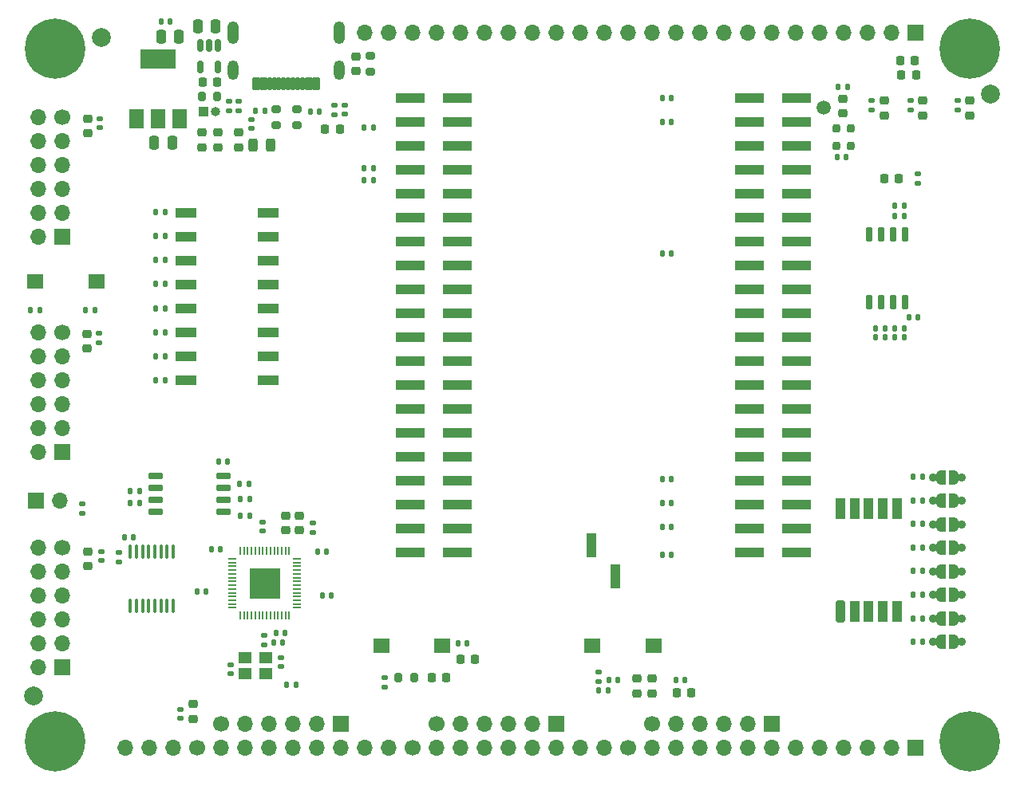
<source format=gbr>
G04 #@! TF.GenerationSoftware,KiCad,Pcbnew,8.0.1-8.0.1-1~ubuntu22.04.1*
G04 #@! TF.CreationDate,2024-04-10T21:28:56-04:00*
G04 #@! TF.ProjectId,tinytapeout-demo,74696e79-7461-4706-956f-75742d64656d,1.1.2*
G04 #@! TF.SameCoordinates,PX35e1f20PY8044ea0*
G04 #@! TF.FileFunction,Soldermask,Top*
G04 #@! TF.FilePolarity,Negative*
%FSLAX46Y46*%
G04 Gerber Fmt 4.6, Leading zero omitted, Abs format (unit mm)*
G04 Created by KiCad (PCBNEW 8.0.1-8.0.1-1~ubuntu22.04.1) date 2024-04-10 21:28:56*
%MOMM*%
%LPD*%
G01*
G04 APERTURE LIST*
G04 Aperture macros list*
%AMRoundRect*
0 Rectangle with rounded corners*
0 $1 Rounding radius*
0 $2 $3 $4 $5 $6 $7 $8 $9 X,Y pos of 4 corners*
0 Add a 4 corners polygon primitive as box body*
4,1,4,$2,$3,$4,$5,$6,$7,$8,$9,$2,$3,0*
0 Add four circle primitives for the rounded corners*
1,1,$1+$1,$2,$3*
1,1,$1+$1,$4,$5*
1,1,$1+$1,$6,$7*
1,1,$1+$1,$8,$9*
0 Add four rect primitives between the rounded corners*
20,1,$1+$1,$2,$3,$4,$5,0*
20,1,$1+$1,$4,$5,$6,$7,0*
20,1,$1+$1,$6,$7,$8,$9,0*
20,1,$1+$1,$8,$9,$2,$3,0*%
%AMFreePoly0*
4,1,19,0.500000,-0.750000,0.000000,-0.750000,0.000000,-0.744911,-0.071157,-0.744911,-0.207708,-0.704816,-0.327430,-0.627875,-0.420627,-0.520320,-0.479746,-0.390866,-0.500000,-0.250000,-0.500000,0.250000,-0.479746,0.390866,-0.420627,0.520320,-0.327430,0.627875,-0.207708,0.704816,-0.071157,0.744911,0.000000,0.744911,0.000000,0.750000,0.500000,0.750000,0.500000,-0.750000,0.500000,-0.750000,
$1*%
%AMFreePoly1*
4,1,19,0.000000,0.744911,0.071157,0.744911,0.207708,0.704816,0.327430,0.627875,0.420627,0.520320,0.479746,0.390866,0.500000,0.250000,0.500000,-0.250000,0.479746,-0.390866,0.420627,-0.520320,0.327430,-0.627875,0.207708,-0.704816,0.071157,-0.744911,0.000000,-0.744911,0.000000,-0.750000,-0.500000,-0.750000,-0.500000,0.750000,0.000000,0.750000,0.000000,0.744911,0.000000,0.744911,
$1*%
G04 Aperture macros list end*
%ADD10C,0.900000*%
%ADD11FreePoly0,180.000000*%
%ADD12FreePoly1,180.000000*%
%ADD13RoundRect,0.225000X0.225000X0.250000X-0.225000X0.250000X-0.225000X-0.250000X0.225000X-0.250000X0*%
%ADD14RoundRect,0.135000X0.185000X-0.135000X0.185000X0.135000X-0.185000X0.135000X-0.185000X-0.135000X0*%
%ADD15RoundRect,0.225000X-0.250000X0.225000X-0.250000X-0.225000X0.250000X-0.225000X0.250000X0.225000X0*%
%ADD16RoundRect,0.140000X-0.140000X-0.170000X0.140000X-0.170000X0.140000X0.170000X-0.140000X0.170000X0*%
%ADD17RoundRect,0.135000X-0.185000X0.135000X-0.185000X-0.135000X0.185000X-0.135000X0.185000X0.135000X0*%
%ADD18C,6.400000*%
%ADD19C,2.000000*%
%ADD20RoundRect,0.135000X0.135000X0.185000X-0.135000X0.185000X-0.135000X-0.185000X0.135000X-0.185000X0*%
%ADD21RoundRect,0.102000X0.300000X0.550000X-0.300000X0.550000X-0.300000X-0.550000X0.300000X-0.550000X0*%
%ADD22RoundRect,0.102000X0.150000X0.550000X-0.150000X0.550000X-0.150000X-0.550000X0.150000X-0.550000X0*%
%ADD23O,1.250000X2.400000*%
%ADD24O,1.180000X2.080000*%
%ADD25RoundRect,0.225000X0.250000X-0.225000X0.250000X0.225000X-0.250000X0.225000X-0.250000X-0.225000X0*%
%ADD26R,1.700000X1.700000*%
%ADD27O,1.700000X1.700000*%
%ADD28C,1.700000*%
%ADD29RoundRect,0.250000X0.250000X0.475000X-0.250000X0.475000X-0.250000X-0.475000X0.250000X-0.475000X0*%
%ADD30RoundRect,0.135000X-0.135000X-0.185000X0.135000X-0.185000X0.135000X0.185000X-0.135000X0.185000X0*%
%ADD31RoundRect,0.140000X-0.170000X0.140000X-0.170000X-0.140000X0.170000X-0.140000X0.170000X0.140000X0*%
%ADD32RoundRect,0.200000X-0.200000X-0.275000X0.200000X-0.275000X0.200000X0.275000X-0.200000X0.275000X0*%
%ADD33RoundRect,0.140000X0.170000X-0.140000X0.170000X0.140000X-0.170000X0.140000X-0.170000X-0.140000X0*%
%ADD34R,1.400000X1.200000*%
%ADD35R,1.000000X1.000000*%
%ADD36O,1.000000X1.000000*%
%ADD37RoundRect,0.140000X0.140000X0.170000X-0.140000X0.170000X-0.140000X-0.170000X0.140000X-0.170000X0*%
%ADD38RoundRect,0.102000X0.750000X0.700000X-0.750000X0.700000X-0.750000X-0.700000X0.750000X-0.700000X0*%
%ADD39R,1.000000X2.510000*%
%ADD40RoundRect,0.200000X0.200000X0.275000X-0.200000X0.275000X-0.200000X-0.275000X0.200000X-0.275000X0*%
%ADD41R,2.200000X1.100000*%
%ADD42RoundRect,0.200000X0.275000X-0.200000X0.275000X0.200000X-0.275000X0.200000X-0.275000X-0.200000X0*%
%ADD43RoundRect,0.150000X-0.150000X0.650000X-0.150000X-0.650000X0.150000X-0.650000X0.150000X0.650000X0*%
%ADD44RoundRect,0.200000X0.300000X-0.950000X0.300000X0.950000X-0.300000X0.950000X-0.300000X-0.950000X0*%
%ADD45R,1.000000X2.300000*%
%ADD46RoundRect,0.150000X-0.650000X-0.150000X0.650000X-0.150000X0.650000X0.150000X-0.650000X0.150000X0*%
%ADD47RoundRect,0.050000X-0.387500X-0.050000X0.387500X-0.050000X0.387500X0.050000X-0.387500X0.050000X0*%
%ADD48RoundRect,0.050000X-0.050000X-0.387500X0.050000X-0.387500X0.050000X0.387500X-0.050000X0.387500X0*%
%ADD49R,3.200000X3.200000*%
%ADD50RoundRect,0.243750X0.243750X0.456250X-0.243750X0.456250X-0.243750X-0.456250X0.243750X-0.456250X0*%
%ADD51RoundRect,0.218750X-0.218750X-0.256250X0.218750X-0.256250X0.218750X0.256250X-0.218750X0.256250X0*%
%ADD52RoundRect,0.200000X0.200000X0.250000X-0.200000X0.250000X-0.200000X-0.250000X0.200000X-0.250000X0*%
%ADD53RoundRect,0.102000X-0.750000X-0.700000X0.750000X-0.700000X0.750000X0.700000X-0.750000X0.700000X0*%
%ADD54RoundRect,0.100000X0.100000X-0.637500X0.100000X0.637500X-0.100000X0.637500X-0.100000X-0.637500X0*%
%ADD55RoundRect,0.150000X-0.150000X0.512500X-0.150000X-0.512500X0.150000X-0.512500X0.150000X0.512500X0*%
%ADD56R,1.500000X2.000000*%
%ADD57R,3.800000X2.000000*%
%ADD58R,3.150000X1.000000*%
%ADD59RoundRect,0.218750X0.256250X-0.218750X0.256250X0.218750X-0.256250X0.218750X-0.256250X-0.218750X0*%
%ADD60C,1.500000*%
%ADD61RoundRect,0.250000X-0.250000X-0.475000X0.250000X-0.475000X0.250000X0.475000X-0.250000X0.475000X0*%
G04 APERTURE END LIST*
D10*
G04 #@! TO.C,JP7*
X99900000Y16780000D03*
D11*
X99050000Y16780000D03*
D12*
X97750000Y16780000D03*
D10*
X96900000Y16780000D03*
G04 #@! TD*
D13*
G04 #@! TO.C,C21*
X95075000Y74500000D03*
X93525000Y74500000D03*
G04 #@! TD*
D14*
G04 #@! TO.C,R15*
X99500000Y70790000D03*
X99500000Y71810000D03*
G04 #@! TD*
D15*
G04 #@! TO.C,C32*
X28200000Y27700000D03*
X28200000Y26150000D03*
G04 #@! TD*
D16*
G04 #@! TO.C,C23*
X68195000Y72000000D03*
X69155000Y72000000D03*
G04 #@! TD*
G04 #@! TO.C,C36*
X26920000Y14250000D03*
X27880000Y14250000D03*
G04 #@! TD*
D10*
G04 #@! TO.C,JP1*
X99900000Y31780000D03*
D11*
X99050000Y31780000D03*
D12*
X97750000Y31780000D03*
D10*
X96900000Y31780000D03*
G04 #@! TD*
D17*
G04 #@! TO.C,R20*
X22200000Y71710000D03*
X22200000Y70690000D03*
G04 #@! TD*
D18*
G04 #@! TO.C,MT3*
X3750000Y77250000D03*
G04 #@! TD*
D19*
G04 #@! TO.C,FID3*
X103000000Y72500000D03*
G04 #@! TD*
D20*
G04 #@! TO.C,R38*
X24360000Y31050000D03*
X23340000Y31050000D03*
G04 #@! TD*
D21*
G04 #@! TO.C,J15*
X31450000Y73550000D03*
X30650000Y73550000D03*
D22*
X29500000Y73550000D03*
X28500000Y73550000D03*
X28000000Y73550000D03*
X27000000Y73550000D03*
D21*
X25050000Y73550000D03*
X25850000Y73550000D03*
D22*
X26500000Y73550000D03*
X27500000Y73550000D03*
X29000000Y73550000D03*
X30000000Y73550000D03*
D23*
X33870000Y79000000D03*
D24*
X22630000Y75000000D03*
X33870000Y75000000D03*
D23*
X22630000Y79000000D03*
G04 #@! TD*
D25*
G04 #@! TO.C,C48*
X23200000Y66825000D03*
X23200000Y68375000D03*
G04 #@! TD*
D26*
G04 #@! TO.C,J13*
X4500000Y34440000D03*
D27*
X4500000Y36980000D03*
X4500000Y39520000D03*
X4500000Y42060000D03*
X4500000Y44600000D03*
D28*
X4500000Y47140000D03*
D27*
X1960000Y34440000D03*
X1960000Y36980000D03*
X1960000Y39520000D03*
X1960000Y42060000D03*
X1960000Y44600000D03*
X1960000Y47140000D03*
G04 #@! TD*
D29*
G04 #@! TO.C,C6*
X16190000Y67290000D03*
X14290000Y67290000D03*
G04 #@! TD*
D30*
G04 #@! TO.C,R5*
X14390000Y52271429D03*
X15410000Y52271429D03*
G04 #@! TD*
D31*
G04 #@! TO.C,C56*
X8700000Y23880000D03*
X8700000Y22920000D03*
G04 #@! TD*
D29*
G04 #@! TO.C,C7*
X20800000Y79700000D03*
X18900000Y79700000D03*
G04 #@! TD*
D32*
G04 #@! TO.C,R7*
X40175000Y10500000D03*
X41825000Y10500000D03*
G04 #@! TD*
D30*
G04 #@! TO.C,R1*
X14390000Y42100000D03*
X15410000Y42100000D03*
G04 #@! TD*
D33*
G04 #@! TO.C,C29*
X22400000Y10870000D03*
X22400000Y11830000D03*
G04 #@! TD*
D28*
G04 #@! TO.C,J2*
X18810000Y3000000D03*
D27*
X16270000Y3000000D03*
X13730000Y3000000D03*
X11190000Y3000000D03*
G04 #@! TD*
D16*
G04 #@! TO.C,C24*
X68195000Y29000000D03*
X69155000Y29000000D03*
G04 #@! TD*
G04 #@! TO.C,C8*
X46520000Y14100000D03*
X47480000Y14100000D03*
G04 #@! TD*
D34*
G04 #@! TO.C,Y1*
X23900000Y10900000D03*
X26100000Y10900000D03*
X26100000Y12600000D03*
X23900000Y12600000D03*
G04 #@! TD*
D14*
G04 #@! TO.C,R18*
X90400000Y70790000D03*
X90400000Y71810000D03*
G04 #@! TD*
D31*
G04 #@! TO.C,C58*
X8500000Y69880000D03*
X8500000Y68920000D03*
G04 #@! TD*
D16*
G04 #@! TO.C,C27*
X11120000Y25400000D03*
X12080000Y25400000D03*
G04 #@! TD*
D30*
G04 #@! TO.C,R11*
X14390000Y59900000D03*
X15410000Y59900000D03*
G04 #@! TD*
D25*
G04 #@! TO.C,C16*
X67100000Y8825000D03*
X67100000Y10375000D03*
G04 #@! TD*
D20*
G04 #@! TO.C,R43*
X93810000Y59500000D03*
X92790000Y59500000D03*
G04 #@! TD*
D31*
G04 #@! TO.C,C46*
X34500000Y71280000D03*
X34500000Y70320000D03*
G04 #@! TD*
D33*
G04 #@! TO.C,C4*
X17020000Y6165000D03*
X17020000Y7125000D03*
G04 #@! TD*
D20*
G04 #@! TO.C,R24*
X95765000Y26808572D03*
X94745000Y26808572D03*
G04 #@! TD*
G04 #@! TO.C,R22*
X95765000Y31820000D03*
X94745000Y31820000D03*
G04 #@! TD*
D31*
G04 #@! TO.C,C47*
X23200000Y71680000D03*
X23200000Y70720000D03*
G04 #@! TD*
D10*
G04 #@! TO.C,JP3*
X99900000Y26780000D03*
D11*
X99050000Y26780000D03*
D12*
X97750000Y26780000D03*
D10*
X96900000Y26780000D03*
G04 #@! TD*
D35*
G04 #@! TO.C,J19*
X19500000Y70600000D03*
D36*
X20770000Y70600000D03*
G04 #@! TD*
D30*
G04 #@! TO.C,R3*
X14390000Y47185715D03*
X15410000Y47185715D03*
G04 #@! TD*
D10*
G04 #@! TO.C,JP8*
X99900000Y14280000D03*
D11*
X99050000Y14280000D03*
D12*
X97750000Y14280000D03*
D10*
X96900000Y14280000D03*
G04 #@! TD*
D28*
G04 #@! TO.C,J8*
X64545000Y3000000D03*
D27*
X62005000Y3000000D03*
X59465000Y3000000D03*
G04 #@! TD*
D16*
G04 #@! TO.C,C2*
X62520000Y10200000D03*
X63480000Y10200000D03*
G04 #@! TD*
D26*
G04 #@! TO.C,J12*
X4500000Y11580000D03*
D27*
X4500000Y14120000D03*
X4500000Y16660000D03*
X4500000Y19200000D03*
X4500000Y21740000D03*
D28*
X4500000Y24280000D03*
D27*
X1960000Y11580000D03*
X1960000Y14120000D03*
X1960000Y16660000D03*
X1960000Y19200000D03*
X1960000Y21740000D03*
X1960000Y24280000D03*
G04 #@! TD*
D37*
G04 #@! TO.C,C18*
X69155000Y26500000D03*
X68195000Y26500000D03*
G04 #@! TD*
D30*
G04 #@! TO.C,R41*
X28290000Y9700000D03*
X29310000Y9700000D03*
G04 #@! TD*
D25*
G04 #@! TO.C,C42*
X87300000Y70425000D03*
X87300000Y71975000D03*
G04 #@! TD*
D38*
G04 #@! TO.C,SW2*
X67250000Y13900000D03*
X60750000Y13900000D03*
G04 #@! TD*
D17*
G04 #@! TO.C,R8*
X61400000Y11110000D03*
X61400000Y10090000D03*
G04 #@! TD*
D37*
G04 #@! TO.C,C28*
X87680000Y65800000D03*
X86720000Y65800000D03*
G04 #@! TD*
D15*
G04 #@! TO.C,C49*
X19300000Y68375000D03*
X19300000Y66825000D03*
G04 #@! TD*
D16*
G04 #@! TO.C,C35*
X32120000Y19200000D03*
X33080000Y19200000D03*
G04 #@! TD*
D26*
G04 #@! TO.C,J3*
X34045000Y5545000D03*
D27*
X31505000Y5545000D03*
X28965000Y5545000D03*
X26425000Y5545000D03*
X23885000Y5545000D03*
D28*
X21345000Y5545000D03*
D27*
X34045000Y3005000D03*
X31505000Y3005000D03*
X28965000Y3005000D03*
X26425000Y3005000D03*
X23885000Y3005000D03*
X21345000Y3005000D03*
G04 #@! TD*
D39*
G04 #@! TO.C,J7*
X63190000Y21245000D03*
X60650000Y24555000D03*
G04 #@! TD*
D14*
G04 #@! TO.C,R12*
X38700000Y9490000D03*
X38700000Y10510000D03*
G04 #@! TD*
D13*
G04 #@! TO.C,C25*
X94975000Y76040000D03*
X93425000Y76040000D03*
G04 #@! TD*
D18*
G04 #@! TO.C,MT4*
X100750000Y77250000D03*
G04 #@! TD*
G04 #@! TO.C,MT2*
X100750000Y3750000D03*
G04 #@! TD*
D15*
G04 #@! TO.C,C5*
X18400000Y7675000D03*
X18400000Y6125000D03*
G04 #@! TD*
D30*
G04 #@! TO.C,R13*
X61390000Y9100000D03*
X62410000Y9100000D03*
G04 #@! TD*
D17*
G04 #@! TO.C,R21*
X33400000Y71310000D03*
X33400000Y70290000D03*
G04 #@! TD*
D30*
G04 #@! TO.C,R42*
X86790000Y73200000D03*
X87810000Y73200000D03*
G04 #@! TD*
D26*
G04 #@! TO.C,J5*
X56905000Y5545000D03*
D27*
X54365000Y5545000D03*
X51825000Y5545000D03*
X49285000Y5545000D03*
X46745000Y5545000D03*
D28*
X44205000Y5545000D03*
D27*
X56905000Y3005000D03*
X54365000Y3005000D03*
X51825000Y3005000D03*
X49285000Y3005000D03*
X46745000Y3005000D03*
X44205000Y3005000D03*
G04 #@! TD*
D40*
G04 #@! TO.C,R49*
X20975000Y72200000D03*
X19325000Y72200000D03*
G04 #@! TD*
D30*
G04 #@! TO.C,R2*
X14390000Y44642858D03*
X15410000Y44642858D03*
G04 #@! TD*
D41*
G04 #@! TO.C,SW4*
X17600000Y59890000D03*
X17600000Y57350000D03*
X17600000Y54810000D03*
X17600000Y52270000D03*
X17600000Y49730000D03*
X17600000Y47190000D03*
X17600000Y44650000D03*
X17600000Y42110000D03*
X26400000Y42110000D03*
X26400000Y44650000D03*
X26400000Y47190000D03*
X26400000Y49730000D03*
X26400000Y52270000D03*
X26400000Y54810000D03*
X26400000Y57350000D03*
X26400000Y59890000D03*
G04 #@! TD*
D17*
G04 #@! TO.C,R19*
X95250000Y64010000D03*
X95250000Y62990000D03*
G04 #@! TD*
D42*
G04 #@! TO.C,D5*
X29400000Y69175000D03*
X29400000Y70825000D03*
G04 #@! TD*
D10*
G04 #@! TO.C,JP2*
X99900000Y29280000D03*
D11*
X99050000Y29280000D03*
D12*
X97750000Y29280000D03*
D10*
X96900000Y29280000D03*
G04 #@! TD*
D43*
G04 #@! TO.C,U7*
X93905000Y57600000D03*
X92635000Y57600000D03*
X91365000Y57600000D03*
X90095000Y57600000D03*
X90095000Y50400000D03*
X91365000Y50400000D03*
X92635000Y50400000D03*
X93905000Y50400000D03*
G04 #@! TD*
D31*
G04 #@! TO.C,C30*
X27700000Y12630000D03*
X27700000Y11670000D03*
G04 #@! TD*
D20*
G04 #@! TO.C,R28*
X95765000Y16785716D03*
X94745000Y16785716D03*
G04 #@! TD*
D37*
G04 #@! TO.C,C39*
X21280000Y24100000D03*
X20320000Y24100000D03*
G04 #@! TD*
D44*
G04 #@! TO.C,U1*
X87050000Y17550000D03*
D45*
X88550000Y17550000D03*
X90050000Y17550000D03*
X91550000Y17550000D03*
X93050000Y17550000D03*
X93050000Y28450000D03*
X91550000Y28450000D03*
X90050000Y28450000D03*
X88550000Y28450000D03*
X87050000Y28450000D03*
G04 #@! TD*
D20*
G04 #@! TO.C,R23*
X95765000Y29314286D03*
X94745000Y29314286D03*
G04 #@! TD*
D37*
G04 #@! TO.C,C38*
X19780000Y19600000D03*
X18820000Y19600000D03*
G04 #@! TD*
D20*
G04 #@! TO.C,R45*
X93810000Y47600000D03*
X92790000Y47600000D03*
G04 #@! TD*
D46*
G04 #@! TO.C,U5*
X14400000Y31905000D03*
X14400000Y30635000D03*
X14400000Y29365000D03*
X14400000Y28095000D03*
X21600000Y28095000D03*
X21600000Y29365000D03*
X21600000Y30635000D03*
X21600000Y31905000D03*
G04 #@! TD*
D25*
G04 #@! TO.C,C37*
X29700000Y26125000D03*
X29700000Y27675000D03*
G04 #@! TD*
D30*
G04 #@! TO.C,R35*
X11740000Y29035000D03*
X12760000Y29035000D03*
G04 #@! TD*
D26*
G04 #@! TO.C,J10*
X1690000Y29260000D03*
D27*
X4230000Y29260000D03*
G04 #@! TD*
D47*
G04 #@! TO.C,U6*
X22562500Y23100000D03*
X22562500Y22700000D03*
X22562500Y22300000D03*
X22562500Y21900000D03*
X22562500Y21500000D03*
X22562500Y21100000D03*
X22562500Y20700000D03*
X22562500Y20300000D03*
X22562500Y19900000D03*
X22562500Y19500000D03*
X22562500Y19100000D03*
X22562500Y18700000D03*
X22562500Y18300000D03*
X22562500Y17900000D03*
D48*
X23400000Y17062500D03*
X23800000Y17062500D03*
X24200000Y17062500D03*
X24600000Y17062500D03*
X25000000Y17062500D03*
X25400000Y17062500D03*
X25800000Y17062500D03*
X26200000Y17062500D03*
X26600000Y17062500D03*
X27000000Y17062500D03*
X27400000Y17062500D03*
X27800000Y17062500D03*
X28200000Y17062500D03*
X28600000Y17062500D03*
D47*
X29437500Y17900000D03*
X29437500Y18300000D03*
X29437500Y18700000D03*
X29437500Y19100000D03*
X29437500Y19500000D03*
X29437500Y19900000D03*
X29437500Y20300000D03*
X29437500Y20700000D03*
X29437500Y21100000D03*
X29437500Y21500000D03*
X29437500Y21900000D03*
X29437500Y22300000D03*
X29437500Y22700000D03*
X29437500Y23100000D03*
D48*
X28600000Y23937500D03*
X28200000Y23937500D03*
X27800000Y23937500D03*
X27400000Y23937500D03*
X27000000Y23937500D03*
X26600000Y23937500D03*
X26200000Y23937500D03*
X25800000Y23937500D03*
X25400000Y23937500D03*
X25000000Y23937500D03*
X24600000Y23937500D03*
X24200000Y23937500D03*
X23800000Y23937500D03*
X23400000Y23937500D03*
D49*
X26000000Y20500000D03*
G04 #@! TD*
D33*
G04 #@! TO.C,C33*
X31100000Y25920000D03*
X31100000Y26880000D03*
G04 #@! TD*
D20*
G04 #@! TO.C,R27*
X95765000Y19291430D03*
X94745000Y19291430D03*
G04 #@! TD*
D16*
G04 #@! TO.C,C20*
X68195000Y55500000D03*
X69155000Y55500000D03*
G04 #@! TD*
D28*
G04 #@! TO.C,J17*
X41700000Y3000000D03*
D27*
X39160000Y3000000D03*
X36620000Y3000000D03*
G04 #@! TD*
D13*
G04 #@! TO.C,C9*
X48275000Y12400000D03*
X46725000Y12400000D03*
G04 #@! TD*
D50*
G04 #@! TO.C,F1*
X26637500Y67050000D03*
X24762500Y67050000D03*
G04 #@! TD*
D26*
G04 #@! TO.C,J9*
X95000000Y79000000D03*
D27*
X92460000Y79000000D03*
X89920000Y79000000D03*
X87380000Y79000000D03*
X84840000Y79000000D03*
X82300000Y79000000D03*
X79760000Y79000000D03*
X77220000Y79000000D03*
X74680000Y79000000D03*
X72140000Y79000000D03*
X69600000Y79000000D03*
X67060000Y79000000D03*
X64520000Y79000000D03*
X61980000Y79000000D03*
X59440000Y79000000D03*
X56900000Y79000000D03*
X54360000Y79000000D03*
X51820000Y79000000D03*
X49280000Y79000000D03*
X46740000Y79000000D03*
X44200000Y79000000D03*
X41660000Y79000000D03*
X39120000Y79000000D03*
X36580000Y79000000D03*
G04 #@! TD*
D16*
G04 #@! TO.C,C12*
X15020000Y80200000D03*
X15980000Y80200000D03*
G04 #@! TD*
D30*
G04 #@! TO.C,R40*
X11740000Y30335000D03*
X12760000Y30335000D03*
G04 #@! TD*
D37*
G04 #@! TO.C,C45*
X26000000Y70700000D03*
X25040000Y70700000D03*
G04 #@! TD*
D51*
G04 #@! TO.C,F2*
X32412500Y68700000D03*
X33987500Y68700000D03*
G04 #@! TD*
D14*
G04 #@! TO.C,R37*
X25900000Y13990000D03*
X25900000Y15010000D03*
G04 #@! TD*
D16*
G04 #@! TO.C,C26*
X68195000Y23500000D03*
X69155000Y23500000D03*
G04 #@! TD*
G04 #@! TO.C,C19*
X68195000Y69500000D03*
X69155000Y69500000D03*
G04 #@! TD*
D52*
G04 #@! TO.C,X1*
X88125000Y66975000D03*
X88125000Y68825000D03*
X86675000Y68825000D03*
X86675000Y66975000D03*
G04 #@! TD*
D13*
G04 #@! TO.C,C15*
X71225000Y8900000D03*
X69675000Y8900000D03*
G04 #@! TD*
D53*
G04 #@! TO.C,SW3*
X1650000Y52600000D03*
X8150000Y52600000D03*
G04 #@! TD*
D42*
G04 #@! TO.C,R16*
X37200000Y74875000D03*
X37200000Y76525000D03*
G04 #@! TD*
D25*
G04 #@! TO.C,C17*
X65500000Y8825000D03*
X65500000Y10375000D03*
G04 #@! TD*
D54*
G04 #@! TO.C,U4*
X11725000Y18137500D03*
X12375000Y18137500D03*
X13025000Y18137500D03*
X13675000Y18137500D03*
X14325000Y18137500D03*
X14975000Y18137500D03*
X15625000Y18137500D03*
X16275000Y18137500D03*
X16275000Y23862500D03*
X15625000Y23862500D03*
X14975000Y23862500D03*
X14325000Y23862500D03*
X13675000Y23862500D03*
X13025000Y23862500D03*
X12375000Y23862500D03*
X11725000Y23862500D03*
G04 #@! TD*
D53*
G04 #@! TO.C,SW1*
X38350000Y13900000D03*
X44850000Y13900000D03*
G04 #@! TD*
D25*
G04 #@! TO.C,C3*
X35700000Y74925000D03*
X35700000Y76475000D03*
G04 #@! TD*
D19*
G04 #@! TO.C,FID2*
X8700000Y78500000D03*
G04 #@! TD*
D14*
G04 #@! TO.C,R17*
X94550000Y70790000D03*
X94550000Y71810000D03*
G04 #@! TD*
D16*
G04 #@! TO.C,C34*
X31570000Y23900000D03*
X32530000Y23900000D03*
G04 #@! TD*
D10*
G04 #@! TO.C,JP5*
X99900000Y21780000D03*
D11*
X99050000Y21780000D03*
D12*
X97750000Y21780000D03*
D10*
X96900000Y21780000D03*
G04 #@! TD*
D20*
G04 #@! TO.C,R31*
X37510000Y64600000D03*
X36490000Y64600000D03*
G04 #@! TD*
D55*
G04 #@! TO.C,U3*
X21050000Y77637500D03*
X20100000Y77637500D03*
X19150000Y77637500D03*
X19150000Y75362500D03*
X21050000Y75362500D03*
G04 #@! TD*
D31*
G04 #@! TO.C,C60*
X8400000Y47030000D03*
X8400000Y46070000D03*
G04 #@! TD*
D56*
G04 #@! TO.C,U2*
X12350000Y69850000D03*
X14650000Y69850000D03*
D57*
X14650000Y76150000D03*
D56*
X16950000Y69850000D03*
G04 #@! TD*
D20*
G04 #@! TO.C,R25*
X95765000Y24302858D03*
X94745000Y24302858D03*
G04 #@! TD*
D26*
G04 #@! TO.C,J14*
X4500000Y57300000D03*
D27*
X4500000Y59840000D03*
X4500000Y62380000D03*
X4500000Y64920000D03*
X4500000Y67460000D03*
D28*
X4500000Y70000000D03*
D27*
X1960000Y57300000D03*
X1960000Y59840000D03*
X1960000Y62380000D03*
X1960000Y64920000D03*
X1960000Y67460000D03*
X1960000Y70000000D03*
G04 #@! TD*
D19*
G04 #@! TO.C,FID1*
X1500000Y8500000D03*
G04 #@! TD*
D20*
G04 #@! TO.C,R29*
X95765000Y14280000D03*
X94745000Y14280000D03*
G04 #@! TD*
D25*
G04 #@! TO.C,C61*
X7150000Y45425000D03*
X7150000Y46975000D03*
G04 #@! TD*
D20*
G04 #@! TO.C,R47*
X93810000Y46600000D03*
X92790000Y46600000D03*
G04 #@! TD*
D30*
G04 #@! TO.C,R6*
X14390000Y54814286D03*
X15410000Y54814286D03*
G04 #@! TD*
D10*
G04 #@! TO.C,JP6*
X99900000Y19280000D03*
D11*
X99050000Y19280000D03*
D12*
X97750000Y19280000D03*
D10*
X96900000Y19280000D03*
G04 #@! TD*
D13*
G04 #@! TO.C,C11*
X20925000Y73700000D03*
X19375000Y73700000D03*
G04 #@! TD*
D58*
G04 #@! TO.C,J4*
X41395000Y72030000D03*
X46445000Y72030000D03*
X41395000Y69490000D03*
X46445000Y69490000D03*
X41395000Y66950000D03*
X46445000Y66950000D03*
X41395000Y64410000D03*
X46445000Y64410000D03*
X41395000Y61870000D03*
X46445000Y61870000D03*
X41395000Y59330000D03*
X46445000Y59330000D03*
X41395000Y56790000D03*
X46445000Y56790000D03*
X41395000Y54250000D03*
X46445000Y54250000D03*
X41395000Y51710000D03*
X46445000Y51710000D03*
X41395000Y49170000D03*
X46445000Y49170000D03*
X41395000Y46630000D03*
X46445000Y46630000D03*
X41395000Y44090000D03*
X46445000Y44090000D03*
X41395000Y41550000D03*
X46445000Y41550000D03*
X41395000Y39010000D03*
X46445000Y39010000D03*
X41395000Y36470000D03*
X46445000Y36470000D03*
X41395000Y33930000D03*
X46445000Y33930000D03*
X41395000Y31390000D03*
X46445000Y31390000D03*
X41395000Y28850000D03*
X46445000Y28850000D03*
X41395000Y26310000D03*
X46445000Y26310000D03*
X41395000Y23770000D03*
X46445000Y23770000D03*
X77395000Y72030000D03*
X82445000Y72030000D03*
X77395000Y69490000D03*
X82445000Y69490000D03*
X77395000Y66950000D03*
X82445000Y66950000D03*
X77395000Y64410000D03*
X82445000Y64410000D03*
X77395000Y61870000D03*
X82445000Y61870000D03*
X77395000Y59330000D03*
X82445000Y59330000D03*
X77395000Y56790000D03*
X82445000Y56790000D03*
X77395000Y54250000D03*
X82445000Y54250000D03*
X77395000Y51710000D03*
X82445000Y51710000D03*
X77395000Y49170000D03*
X82445000Y49170000D03*
X77395000Y46630000D03*
X82445000Y46630000D03*
X77395000Y44090000D03*
X82445000Y44090000D03*
X77395000Y41550000D03*
X82445000Y41550000D03*
X77395000Y39010000D03*
X82445000Y39010000D03*
X77395000Y36470000D03*
X82445000Y36470000D03*
X77395000Y33930000D03*
X82445000Y33930000D03*
X77395000Y31390000D03*
X82445000Y31390000D03*
X77395000Y28850000D03*
X82445000Y28850000D03*
X77395000Y26310000D03*
X82445000Y26310000D03*
X77395000Y23770000D03*
X82445000Y23770000D03*
G04 #@! TD*
D37*
G04 #@! TO.C,C43*
X95280000Y48800000D03*
X94320000Y48800000D03*
G04 #@! TD*
D26*
G04 #@! TO.C,J1*
X95000000Y3000000D03*
D27*
X92460000Y3000000D03*
X89920000Y3000000D03*
X87380000Y3000000D03*
X84840000Y3000000D03*
X82300000Y3000000D03*
G04 #@! TD*
D30*
G04 #@! TO.C,R10*
X14390000Y57357143D03*
X15410000Y57357143D03*
G04 #@! TD*
D59*
G04 #@! TO.C,D2*
X95800000Y70212500D03*
X95800000Y71787500D03*
G04 #@! TD*
D30*
G04 #@! TO.C,R30*
X36490000Y68900000D03*
X37510000Y68900000D03*
G04 #@! TD*
D20*
G04 #@! TO.C,R44*
X93810000Y60600000D03*
X92790000Y60600000D03*
G04 #@! TD*
G04 #@! TO.C,R26*
X95765000Y21797144D03*
X94745000Y21797144D03*
G04 #@! TD*
D33*
G04 #@! TO.C,C41*
X25800000Y26070000D03*
X25800000Y27030000D03*
G04 #@! TD*
G04 #@! TO.C,C13*
X24550000Y68820000D03*
X24550000Y69780000D03*
G04 #@! TD*
D20*
G04 #@! TO.C,R48*
X91810000Y47600000D03*
X90790000Y47600000D03*
G04 #@! TD*
D59*
G04 #@! TO.C,FB1*
X21050000Y66812500D03*
X21050000Y68387500D03*
G04 #@! TD*
D26*
G04 #@! TO.C,J6*
X79765000Y5545000D03*
D27*
X77225000Y5545000D03*
X74685000Y5545000D03*
X72145000Y5545000D03*
X69605000Y5545000D03*
D28*
X67065000Y5545000D03*
D27*
X79765000Y3005000D03*
X77225000Y3005000D03*
X74685000Y3005000D03*
X72145000Y3005000D03*
X69605000Y3005000D03*
X67065000Y3005000D03*
G04 #@! TD*
D10*
G04 #@! TO.C,JP4*
X99900000Y24280000D03*
D11*
X99050000Y24280000D03*
D12*
X97750000Y24280000D03*
D10*
X96900000Y24280000D03*
G04 #@! TD*
D25*
G04 #@! TO.C,C57*
X7200000Y22325000D03*
X7200000Y23875000D03*
G04 #@! TD*
D16*
G04 #@! TO.C,C14*
X69620000Y10200000D03*
X70580000Y10200000D03*
G04 #@! TD*
D59*
G04 #@! TO.C,D3*
X91700000Y70212500D03*
X91700000Y71787500D03*
G04 #@! TD*
D20*
G04 #@! TO.C,R34*
X24410000Y29450000D03*
X23390000Y29450000D03*
G04 #@! TD*
D30*
G04 #@! TO.C,R9*
X6990000Y49500000D03*
X8010000Y49500000D03*
G04 #@! TD*
D20*
G04 #@! TO.C,R46*
X91810000Y46600000D03*
X90790000Y46600000D03*
G04 #@! TD*
D17*
G04 #@! TO.C,R33*
X10500000Y23810000D03*
X10500000Y22790000D03*
G04 #@! TD*
D59*
G04 #@! TO.C,D1*
X100800000Y70212500D03*
X100800000Y71787500D03*
G04 #@! TD*
D60*
G04 #@! TO.C,TP1*
X85300000Y71000000D03*
G04 #@! TD*
D20*
G04 #@! TO.C,R39*
X24410000Y27700000D03*
X23390000Y27700000D03*
G04 #@! TD*
D61*
G04 #@! TO.C,C10*
X15000000Y78540000D03*
X16900000Y78540000D03*
G04 #@! TD*
D42*
G04 #@! TO.C,D6*
X27200000Y69175000D03*
X27200000Y70825000D03*
G04 #@! TD*
D51*
G04 #@! TO.C,D4*
X91712500Y63500000D03*
X93287500Y63500000D03*
G04 #@! TD*
D30*
G04 #@! TO.C,R32*
X36490000Y63300000D03*
X37510000Y63300000D03*
G04 #@! TD*
D18*
G04 #@! TO.C,MT1*
X3750000Y3750000D03*
G04 #@! TD*
D30*
G04 #@! TO.C,R4*
X14390000Y49728572D03*
X15410000Y49728572D03*
G04 #@! TD*
D16*
G04 #@! TO.C,C40*
X27170000Y15200000D03*
X28130000Y15200000D03*
G04 #@! TD*
D13*
G04 #@! TO.C,C1*
X45275000Y10500000D03*
X43725000Y10500000D03*
G04 #@! TD*
D16*
G04 #@! TO.C,C44*
X30820000Y70600000D03*
X31780000Y70600000D03*
G04 #@! TD*
D14*
G04 #@! TO.C,R36*
X6600000Y27890000D03*
X6600000Y28910000D03*
G04 #@! TD*
D25*
G04 #@! TO.C,C59*
X7200000Y68325000D03*
X7200000Y69875000D03*
G04 #@! TD*
D16*
G04 #@! TO.C,C31*
X21070000Y33400000D03*
X22030000Y33400000D03*
G04 #@! TD*
G04 #@! TO.C,C22*
X68195000Y31540000D03*
X69155000Y31540000D03*
G04 #@! TD*
D30*
G04 #@! TO.C,R14*
X1090000Y49500000D03*
X2110000Y49500000D03*
G04 #@! TD*
M02*

</source>
